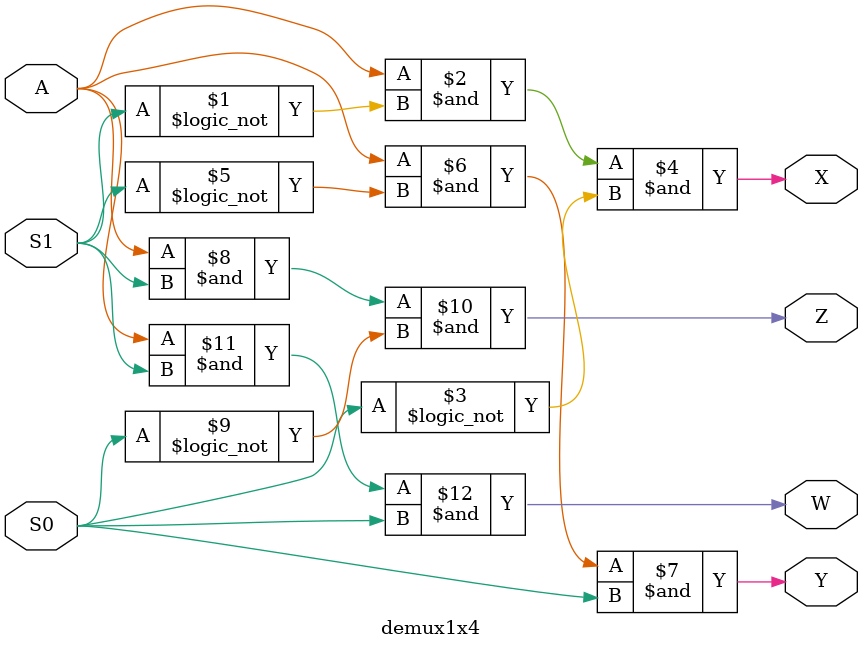
<source format=v>
module demux1x4(input A, input S1, S0, output X, Y, Z, W);

	and And0(X, A, !S1, !S0);
	and And1(Y, A, !S1, S0);
	and And2(Z, A, S1, !S0);
	and And3(W, A, S1, S0);
	
endmodule

	
	
</source>
